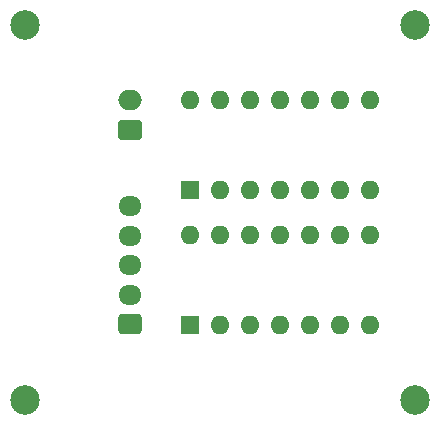
<source format=gbr>
%TF.GenerationSoftware,KiCad,Pcbnew,(6.0.6)*%
%TF.CreationDate,2022-10-10T23:46:28+05:30*%
%TF.ProjectId,exp1,65787031-2e6b-4696-9361-645f70636258,rev?*%
%TF.SameCoordinates,Original*%
%TF.FileFunction,Soldermask,Bot*%
%TF.FilePolarity,Negative*%
%FSLAX46Y46*%
G04 Gerber Fmt 4.6, Leading zero omitted, Abs format (unit mm)*
G04 Created by KiCad (PCBNEW (6.0.6)) date 2022-10-10 23:46:28*
%MOMM*%
%LPD*%
G01*
G04 APERTURE LIST*
G04 Aperture macros list*
%AMRoundRect*
0 Rectangle with rounded corners*
0 $1 Rounding radius*
0 $2 $3 $4 $5 $6 $7 $8 $9 X,Y pos of 4 corners*
0 Add a 4 corners polygon primitive as box body*
4,1,4,$2,$3,$4,$5,$6,$7,$8,$9,$2,$3,0*
0 Add four circle primitives for the rounded corners*
1,1,$1+$1,$2,$3*
1,1,$1+$1,$4,$5*
1,1,$1+$1,$6,$7*
1,1,$1+$1,$8,$9*
0 Add four rect primitives between the rounded corners*
20,1,$1+$1,$2,$3,$4,$5,0*
20,1,$1+$1,$4,$5,$6,$7,0*
20,1,$1+$1,$6,$7,$8,$9,0*
20,1,$1+$1,$8,$9,$2,$3,0*%
G04 Aperture macros list end*
%ADD10R,1.600000X1.600000*%
%ADD11O,1.600000X1.600000*%
%ADD12C,2.500000*%
%ADD13RoundRect,0.250000X0.725000X-0.600000X0.725000X0.600000X-0.725000X0.600000X-0.725000X-0.600000X0*%
%ADD14O,1.950000X1.700000*%
%ADD15RoundRect,0.250000X0.750000X-0.600000X0.750000X0.600000X-0.750000X0.600000X-0.750000X-0.600000X0*%
%ADD16O,2.000000X1.700000*%
G04 APERTURE END LIST*
D10*
%TO.C,U1*%
X128270000Y-80010000D03*
D11*
X130810000Y-80010000D03*
X133350000Y-80010000D03*
X135890000Y-80010000D03*
X138430000Y-80010000D03*
X140970000Y-80010000D03*
X143510000Y-80010000D03*
X143510000Y-72390000D03*
X140970000Y-72390000D03*
X138430000Y-72390000D03*
X135890000Y-72390000D03*
X133350000Y-72390000D03*
X130810000Y-72390000D03*
X128270000Y-72390000D03*
%TD*%
D12*
%TO.C,H2*%
X114300000Y-54610000D03*
%TD*%
%TO.C,H3*%
X147320000Y-54610000D03*
%TD*%
%TO.C,H1*%
X114300000Y-86360000D03*
%TD*%
D13*
%TO.C,J1*%
X123182500Y-79930000D03*
D14*
X123182500Y-77430000D03*
X123182500Y-74930000D03*
X123182500Y-72430000D03*
X123182500Y-69930000D03*
%TD*%
D12*
%TO.C,H4*%
X147320000Y-86360000D03*
%TD*%
D15*
%TO.C,J2*%
X123182500Y-63480000D03*
D16*
X123182500Y-60980000D03*
%TD*%
D10*
%TO.C,U2*%
X128265000Y-68570000D03*
D11*
X130805000Y-68570000D03*
X133345000Y-68570000D03*
X135885000Y-68570000D03*
X138425000Y-68570000D03*
X140965000Y-68570000D03*
X143505000Y-68570000D03*
X143505000Y-60950000D03*
X140965000Y-60950000D03*
X138425000Y-60950000D03*
X135885000Y-60950000D03*
X133345000Y-60950000D03*
X130805000Y-60950000D03*
X128265000Y-60950000D03*
%TD*%
M02*

</source>
